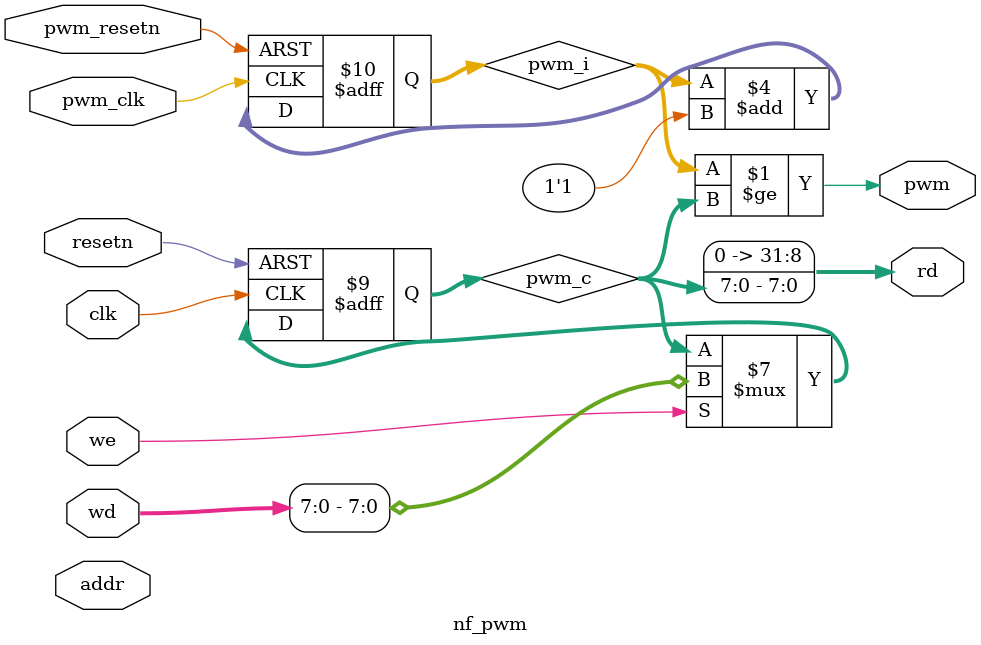
<source format=sv>
/*
*  File            :   nf_pwm.sv
*  Autor           :   Vlasov D.V.
*  Data            :   2018.11.29
*  Language        :   SystemVerilog
*  Description     :   This is PWM module
*  Copyright(c)    :   2018 - 2019 Vlasov D.V.
*/

module nf_pwm
#(
    parameter                   pwm_width = 8
)(
    // clock and reset
    input   logic   [0  : 0]    clk,        // clk  
    input   logic   [0  : 0]    resetn,     // resetn
    // bus side
    input   logic   [31 : 0]    addr,       // address
    input   logic   [0  : 0]    we,         // write enable
    input   logic   [31 : 0]    wd,         // write data
    output  logic   [31 : 0]    rd,         // read data
    // pmw_side
    input   logic   [0  : 0]    pwm_clk,    // PWM clock input
    input   logic   [0  : 0]    pwm_resetn, // PWM reset input
    output  logic   [0  : 0]    pwm         // PWM output signal
);

    logic   [pwm_width-1 : 0]  pwm_i;       // internal counter register
    logic   [pwm_width-1 : 0]  pwm_c;       // internal compare register

    assign pwm = ( pwm_i >= pwm_c );
    assign rd  = { '0 , pwm_c };

    always_ff @(posedge pwm_clk, negedge pwm_resetn)
    begin : work_with_counter_pwm
        if( !pwm_resetn )
            pwm_i <= '0;
        else
            pwm_i <= pwm_i + 1'b1;
    end
    
    always_ff @(posedge clk, negedge resetn)
    begin : work_with_compare_pwm
        if( !resetn )
            pwm_c <= '0;
        else
            if( we )
                pwm_c <= wd;
    end

endmodule : nf_pwm

</source>
